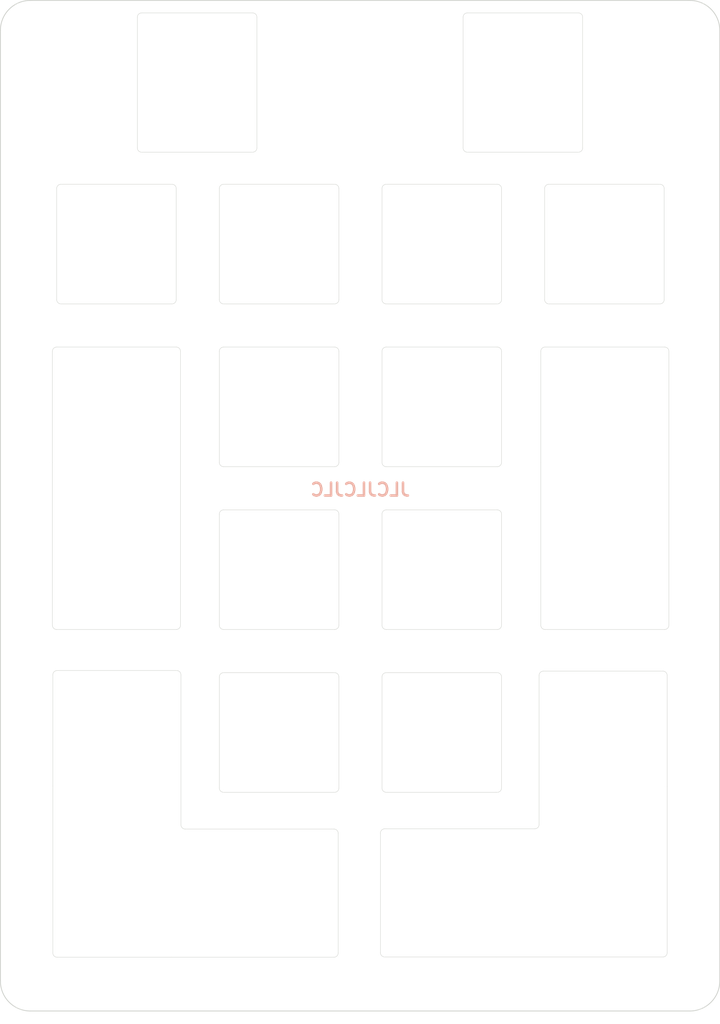
<source format=kicad_pcb>
(kicad_pcb (version 20171130) (host pcbnew 5.1.6-c6e7f7d~86~ubuntu20.04.1)

  (general
    (thickness 1.6)
    (drawings 151)
    (tracks 0)
    (zones 0)
    (modules 4)
    (nets 1)
  )

  (page A4)
  (title_block
    (title Hub20)
    (rev 0.1)
    (company "Josh Johnson")
  )

  (layers
    (0 F.Cu signal)
    (1 In1.Cu signal)
    (2 In2.Cu signal)
    (31 B.Cu signal)
    (32 B.Adhes user)
    (33 F.Adhes user)
    (34 B.Paste user)
    (35 F.Paste user)
    (36 B.SilkS user)
    (37 F.SilkS user)
    (38 B.Mask user)
    (39 F.Mask user)
    (40 Dwgs.User user)
    (41 Cmts.User user)
    (42 Eco1.User user)
    (43 Eco2.User user)
    (44 Edge.Cuts user)
    (45 Margin user)
    (46 B.CrtYd user)
    (47 F.CrtYd user)
    (48 B.Fab user)
    (49 F.Fab user)
  )

  (setup
    (last_trace_width 0.25)
    (user_trace_width 0.2)
    (user_trace_width 0.25)
    (user_trace_width 0.3)
    (user_trace_width 0.4)
    (user_trace_width 0.25)
    (user_trace_width 0.3)
    (user_trace_width 0.4)
    (user_trace_width 0.5)
    (user_trace_width 0.2)
    (user_trace_width 0.25)
    (user_trace_width 0.3)
    (user_trace_width 0.4)
    (user_trace_width 0.2)
    (user_trace_width 0.25)
    (user_trace_width 0.3)
    (user_trace_width 0.4)
    (trace_clearance 0.2)
    (zone_clearance 0.254)
    (zone_45_only no)
    (trace_min 0.15)
    (via_size 0.5)
    (via_drill 0.25)
    (via_min_size 0.5)
    (via_min_drill 0.25)
    (user_via 0.6 0.3)
    (user_via 0.8 0.4)
    (user_via 0.8 0.4)
    (user_via 0.6 0.3)
    (user_via 0.8 0.4)
    (user_via 0.6 0.3)
    (user_via 0.8 0.4)
    (uvia_size 0.3)
    (uvia_drill 0.1)
    (uvias_allowed no)
    (uvia_min_size 0.2)
    (uvia_min_drill 0.1)
    (edge_width 0.1)
    (segment_width 0.2)
    (pcb_text_width 0.3)
    (pcb_text_size 1.5 1.5)
    (mod_edge_width 0.15)
    (mod_text_size 1 1)
    (mod_text_width 0.15)
    (pad_size 1.524 1.524)
    (pad_drill 0.762)
    (pad_to_mask_clearance 0)
    (aux_axis_origin 0 0)
    (visible_elements 7FFFFFFF)
    (pcbplotparams
      (layerselection 0x010fc_ffffffff)
      (usegerberextensions false)
      (usegerberattributes false)
      (usegerberadvancedattributes false)
      (creategerberjobfile false)
      (excludeedgelayer true)
      (linewidth 0.100000)
      (plotframeref false)
      (viasonmask false)
      (mode 1)
      (useauxorigin false)
      (hpglpennumber 1)
      (hpglpenspeed 20)
      (hpglpendiameter 15.000000)
      (psnegative false)
      (psa4output false)
      (plotreference true)
      (plotvalue true)
      (plotinvisibletext false)
      (padsonsilk false)
      (subtractmaskfromsilk false)
      (outputformat 1)
      (mirror false)
      (drillshape 1)
      (scaleselection 1)
      (outputdirectory ""))
  )

  (net 0 "")

  (net_class Default "This is the default net class."
    (clearance 0.2)
    (trace_width 0.25)
    (via_dia 0.5)
    (via_drill 0.25)
    (uvia_dia 0.3)
    (uvia_drill 0.1)
    (diff_pair_width 0.25)
    (diff_pair_gap 0.2)
  )

  (net_class Power ""
    (clearance 0.2)
    (trace_width 0.3)
    (via_dia 0.6)
    (via_drill 0.3)
    (uvia_dia 0.3)
    (uvia_drill 0.1)
    (diff_pair_width 0.25)
    (diff_pair_gap 0.2)
  )

  (module MountingHole:MountingHole_3.2mm_M3 (layer F.Cu) (tedit 56D1B4CB) (tstamp 5F0077E7)
    (at 102.5 150.5875)
    (descr "Mounting Hole 3.2mm, no annular, M3")
    (tags "mounting hole 3.2mm no annular m3")
    (path /5EF4F9B8)
    (attr virtual)
    (fp_text reference H4 (at 0 -4.2) (layer F.SilkS) hide
      (effects (font (size 1 1) (thickness 0.15)))
    )
    (fp_text value M3 (at 0 4.2) (layer F.Fab)
      (effects (font (size 1 1) (thickness 0.15)))
    )
    (fp_circle (center 0 0) (end 3.2 0) (layer Cmts.User) (width 0.15))
    (fp_circle (center 0 0) (end 3.45 0) (layer F.CrtYd) (width 0.05))
    (fp_text user %R (at 0.3 0) (layer F.Fab) hide
      (effects (font (size 1 1) (thickness 0.15)))
    )
    (pad 1 np_thru_hole circle (at 0 0) (size 3.2 3.2) (drill 3.2) (layers *.Cu *.Mask))
  )

  (module MountingHole:MountingHole_3.2mm_M3 (layer F.Cu) (tedit 56D1B4CB) (tstamp 5F00FFEF)
    (at 179.71 150.5675)
    (descr "Mounting Hole 3.2mm, no annular, M3")
    (tags "mounting hole 3.2mm no annular m3")
    (path /5EF4D892)
    (attr virtual)
    (fp_text reference H3 (at 0 -4.2) (layer F.SilkS) hide
      (effects (font (size 1 1) (thickness 0.15)))
    )
    (fp_text value M3 (at 0 4.2) (layer F.Fab)
      (effects (font (size 1 1) (thickness 0.15)))
    )
    (fp_circle (center 0 0) (end 3.2 0) (layer Cmts.User) (width 0.15))
    (fp_circle (center 0 0) (end 3.45 0) (layer F.CrtYd) (width 0.05))
    (fp_text user %R (at 0.3 0) (layer F.Fab) hide
      (effects (font (size 1 1) (thickness 0.15)))
    )
    (pad 1 np_thru_hole circle (at 0 0) (size 3.2 3.2) (drill 3.2) (layers *.Cu *.Mask))
  )

  (module MountingHole:MountingHole_3.2mm_M3 (layer F.Cu) (tedit 56D1B4CB) (tstamp 5F01AC4D)
    (at 102.5 39.3875)
    (descr "Mounting Hole 3.2mm, no annular, M3")
    (tags "mounting hole 3.2mm no annular m3")
    (path /5EF4FEC8)
    (attr virtual)
    (fp_text reference H2 (at 0 -4.2) (layer F.SilkS) hide
      (effects (font (size 1 1) (thickness 0.15)))
    )
    (fp_text value M3 (at 0 4.2) (layer F.Fab)
      (effects (font (size 1 1) (thickness 0.15)))
    )
    (fp_circle (center 0 0) (end 3.2 0) (layer Cmts.User) (width 0.15))
    (fp_circle (center 0 0) (end 3.45 0) (layer F.CrtYd) (width 0.05))
    (fp_text user %R (at 0.3 0) (layer F.Fab) hide
      (effects (font (size 1 1) (thickness 0.15)))
    )
    (pad 1 np_thru_hole circle (at 0 0) (size 3.2 3.2) (drill 3.2) (layers *.Cu *.Mask))
  )

  (module MountingHole:MountingHole_3.2mm_M3 (layer F.Cu) (tedit 56D1B4CB) (tstamp 5F00FDA9)
    (at 179.65 39.3875)
    (descr "Mounting Hole 3.2mm, no annular, M3")
    (tags "mounting hole 3.2mm no annular m3")
    (path /5EF4FC8A)
    (attr virtual)
    (fp_text reference H1 (at 0 -4.2) (layer F.SilkS) hide
      (effects (font (size 1 1) (thickness 0.15)))
    )
    (fp_text value M3 (at 0 4.2) (layer F.Fab)
      (effects (font (size 1 1) (thickness 0.15)))
    )
    (fp_circle (center 0 0) (end 3.2 0) (layer Cmts.User) (width 0.15))
    (fp_circle (center 0 0) (end 3.45 0) (layer F.CrtYd) (width 0.05))
    (fp_text user %R (at 0.3 0) (layer F.Fab) hide
      (effects (font (size 1 1) (thickness 0.15)))
    )
    (pad 1 np_thru_hole circle (at 0 0) (size 3.2 3.2) (drill 3.2) (layers *.Cu *.Mask))
  )

  (gr_text JLCJLCJLC (at 141.1 93.1) (layer B.SilkS)
    (effects (font (size 1.5 1.5) (thickness 0.3)) (justify mirror))
  )
  (gr_arc (start 162.74 108.96) (end 162.24 108.96) (angle -90) (layer Edge.Cuts) (width 0.05) (tstamp 5F016AAB))
  (gr_line (start 120.09 114.76) (end 120.09 132.31) (layer Edge.Cuts) (width 0.05) (tstamp 5F0173AF))
  (gr_arc (start 120.59 132.31) (end 120.09 132.31) (angle -90) (layer Edge.Cuts) (width 0.05) (tstamp 5F017979))
  (gr_line (start 120.59 132.81) (end 138.01 132.81) (layer Edge.Cuts) (width 0.05) (tstamp 5F017950))
  (gr_arc (start 138.01 147.31) (end 138.01 147.81) (angle -90) (layer Edge.Cuts) (width 0.05) (tstamp 5F01794E))
  (gr_line (start 118.96 147.81) (end 138.01 147.81) (layer Edge.Cuts) (width 0.05) (tstamp 5F01794D))
  (gr_arc (start 138.01 133.31) (end 138.51 133.31) (angle -90) (layer Edge.Cuts) (width 0.05) (tstamp 5F01794A))
  (gr_line (start 138.51 147.31) (end 138.51 133.31) (layer Edge.Cuts) (width 0.05) (tstamp 5F017949))
  (gr_line (start 105.59 147.81) (end 118.96 147.81) (layer Edge.Cuts) (width 0.05) (tstamp 5F017948))
  (gr_line (start 105.59 114.26) (end 119.59 114.26) (layer Edge.Cuts) (width 0.05) (tstamp 5F0173BA))
  (gr_arc (start 105.59 114.76) (end 105.59 114.26) (angle -90) (layer Edge.Cuts) (width 0.05) (tstamp 5F0173B7))
  (gr_arc (start 119.59 114.76) (end 120.09 114.76) (angle -90) (layer Edge.Cuts) (width 0.05) (tstamp 5F0173B5))
  (gr_arc (start 105.59 147.31) (end 105.09 147.31) (angle -90) (layer Edge.Cuts) (width 0.05) (tstamp 5F0173B2))
  (gr_line (start 105.09 127.76) (end 105.09 147.31) (layer Edge.Cuts) (width 0.05) (tstamp 5F0173B1))
  (gr_line (start 105.09 114.76) (end 105.09 127.76) (layer Edge.Cuts) (width 0.05) (tstamp 5F0173AC))
  (gr_line (start 105.04 89.91) (end 105.04 108.96) (layer Edge.Cuts) (width 0.05) (tstamp 5F017397))
  (gr_line (start 105.54 76.41) (end 119.54 76.41) (layer Edge.Cuts) (width 0.05) (tstamp 5F017395))
  (gr_arc (start 105.54 108.96) (end 105.04 108.96) (angle -90) (layer Edge.Cuts) (width 0.05) (tstamp 5F017394))
  (gr_arc (start 105.54 76.91) (end 105.54 76.41) (angle -90) (layer Edge.Cuts) (width 0.05) (tstamp 5F017392))
  (gr_arc (start 119.54 76.91) (end 120.04 76.91) (angle -90) (layer Edge.Cuts) (width 0.05) (tstamp 5F017391))
  (gr_line (start 120.04 76.91) (end 120.04 108.96) (layer Edge.Cuts) (width 0.05) (tstamp 5F01738F))
  (gr_line (start 105.54 109.46) (end 119.54 109.46) (layer Edge.Cuts) (width 0.05) (tstamp 5F01738E))
  (gr_arc (start 119.54 108.96) (end 119.54 109.46) (angle -90) (layer Edge.Cuts) (width 0.05) (tstamp 5F01738D))
  (gr_line (start 105.04 76.91) (end 105.04 89.91) (layer Edge.Cuts) (width 0.05) (tstamp 5F01738C))
  (gr_line (start 162.74 76.41) (end 176.74 76.41) (layer Edge.Cuts) (width 0.05) (tstamp 5F017304))
  (gr_arc (start 161.54 132.28) (end 161.54 132.78) (angle -90) (layer Edge.Cuts) (width 0.05) (tstamp 5F0172EB))
  (gr_line (start 156.96 147.78) (end 176.54 147.78) (layer Edge.Cuts) (width 0.05) (tstamp 5F016BE7))
  (gr_arc (start 176.54 147.28) (end 176.54 147.78) (angle -90) (layer Edge.Cuts) (width 0.05) (tstamp 5F016BDE))
  (gr_line (start 143.96 147.78) (end 156.96 147.78) (layer Edge.Cuts) (width 0.05) (tstamp 5F016BF3))
  (gr_line (start 162.24 89.91) (end 162.24 108.96) (layer Edge.Cuts) (width 0.05) (tstamp 5F016A72))
  (gr_arc (start 143.96 147.28) (end 143.46 147.28) (angle -90) (layer Edge.Cuts) (width 0.05) (tstamp 5F0172D0))
  (gr_line (start 143.46 147.28) (end 143.46 133.28) (layer Edge.Cuts) (width 0.05) (tstamp 5F0172C4))
  (gr_line (start 143.96 132.78) (end 161.54 132.78) (layer Edge.Cuts) (width 0.05) (tstamp 5F0172C7))
  (gr_arc (start 143.96 133.28) (end 143.96 132.78) (angle -90) (layer Edge.Cuts) (width 0.05) (tstamp 5F0172CD))
  (gr_line (start 162.54 114.33) (end 176.54 114.33) (layer Edge.Cuts) (width 0.05) (tstamp 5F016A2A))
  (gr_arc (start 162.54 114.83) (end 162.54 114.33) (angle -90) (layer Edge.Cuts) (width 0.05) (tstamp 5F016B11))
  (gr_line (start 162.04 114.83) (end 162.04 132.28) (layer Edge.Cuts) (width 0.05) (tstamp 5F016B0E))
  (gr_line (start 105.54 57.86) (end 105.54 70.86) (layer Edge.Cuts) (width 0.05) (tstamp 5F016A27))
  (gr_arc (start 157.14 57.86) (end 157.64 57.86) (angle -90) (layer Edge.Cuts) (width 0.05) (tstamp 5F016AF6))
  (gr_line (start 125.09 71.36) (end 138.09 71.36) (layer Edge.Cuts) (width 0.05) (tstamp 5F016AC3))
  (gr_arc (start 138.09 108.96) (end 138.09 109.46) (angle -90) (layer Edge.Cuts) (width 0.05) (tstamp 5F016A0C))
  (gr_arc (start 125.09 108.96) (end 124.59 108.96) (angle -90) (layer Edge.Cuts) (width 0.05) (tstamp 5F016A4E))
  (gr_arc (start 138.09 95.96) (end 138.59 95.96) (angle -90) (layer Edge.Cuts) (width 0.05) (tstamp 5F016A4B))
  (gr_arc (start 125.09 95.96) (end 125.09 95.46) (angle -90) (layer Edge.Cuts) (width 0.05) (tstamp 5F016A93))
  (gr_line (start 138.59 95.96) (end 138.59 108.96) (layer Edge.Cuts) (width 0.05) (tstamp 5F016B8C))
  (gr_line (start 124.59 95.96) (end 124.59 108.96) (layer Edge.Cuts) (width 0.05) (tstamp 5F016BA4))
  (gr_arc (start 176.54 114.83) (end 177.04 114.83) (angle -90) (layer Edge.Cuts) (width 0.05) (tstamp 5F016ABD))
  (gr_line (start 167.14 37.81) (end 167.14 53.109999) (layer Edge.Cuts) (width 0.05) (tstamp 5EE5BEDE))
  (gr_line (start 153.64 37.31) (end 166.64 37.31) (layer Edge.Cuts) (width 0.05) (tstamp 5EE614DC))
  (gr_arc (start 163.19 57.86) (end 163.19 57.36) (angle -90) (layer Edge.Cuts) (width 0.05) (tstamp 5F016A57))
  (gr_arc (start 144.14 70.86) (end 143.64 70.86) (angle -90) (layer Edge.Cuts) (width 0.05) (tstamp 5F016AAE))
  (gr_line (start 125.09 90.41) (end 138.09 90.41) (layer Edge.Cuts) (width 0.05) (tstamp 5F016B14))
  (gr_line (start 125.09 76.41) (end 138.09 76.41) (layer Edge.Cuts) (width 0.05) (tstamp 5F016B86))
  (gr_line (start 143.64 95.96) (end 143.64 108.96) (layer Edge.Cuts) (width 0.05) (tstamp 5F016A6F))
  (gr_line (start 144.14 109.46) (end 157.14 109.46) (layer Edge.Cuts) (width 0.05) (tstamp 5F016A36))
  (gr_line (start 144.14 95.46) (end 157.14 95.46) (layer Edge.Cuts) (width 0.05) (tstamp 5F016B89))
  (gr_line (start 143.64 57.86) (end 143.64 70.86) (layer Edge.Cuts) (width 0.05) (tstamp 5F016A54))
  (gr_arc (start 128.49 37.81) (end 128.99 37.81) (angle -90) (layer Edge.Cuts) (width 0.05) (tstamp 5EE614F1))
  (gr_arc (start 153.64 53.109999) (end 153.14 53.109999) (angle -90) (layer Edge.Cuts) (width 0.05) (tstamp 5EE61565))
  (gr_arc (start 138.09 57.86) (end 138.59 57.86) (angle -90) (layer Edge.Cuts) (width 0.05) (tstamp 5F016B92))
  (gr_arc (start 119.04 70.86) (end 119.04 71.36) (angle -90) (layer Edge.Cuts) (width 0.05) (tstamp 5F016A33))
  (gr_arc (start 119.04 57.86) (end 119.54 57.86) (angle -90) (layer Edge.Cuts) (width 0.05) (tstamp 5F016A5D))
  (gr_line (start 157.64 57.86) (end 157.64 70.86) (layer Edge.Cuts) (width 0.05) (tstamp 5F016ACF))
  (gr_arc (start 157.14 108.96) (end 157.14 109.46) (angle -90) (layer Edge.Cuts) (width 0.05) (tstamp 5F016B20))
  (gr_arc (start 144.14 108.96) (end 143.64 108.96) (angle -90) (layer Edge.Cuts) (width 0.05) (tstamp 5F016B1D))
  (gr_arc (start 115.49 37.81) (end 115.49 37.31) (angle -90) (layer Edge.Cuts) (width 0.05) (tstamp 5EE614F4))
  (gr_line (start 177.24 76.91) (end 177.24 108.96) (layer Edge.Cuts) (width 0.05) (tstamp 5F016B9E))
  (gr_line (start 162.74 109.46) (end 176.74 109.46) (layer Edge.Cuts) (width 0.05) (tstamp 5F016B9B))
  (gr_line (start 144.14 90.41) (end 157.14 90.41) (layer Edge.Cuts) (width 0.05) (tstamp 5F016B08))
  (gr_line (start 144.14 76.41) (end 157.14 76.41) (layer Edge.Cuts) (width 0.05) (tstamp 5F016AC9))
  (gr_arc (start 125.09 70.86) (end 124.59 70.86) (angle -90) (layer Edge.Cuts) (width 0.05) (tstamp 5F016A1E))
  (gr_line (start 163.19 71.36) (end 176.19 71.36) (layer Edge.Cuts) (width 0.05) (tstamp 5F016BA7))
  (gr_arc (start 138.09 128.01) (end 138.09 128.51) (angle -90) (layer Edge.Cuts) (width 0.05) (tstamp 5F016ACC))
  (gr_arc (start 125.09 128.01) (end 124.59 128.01) (angle -90) (layer Edge.Cuts) (width 0.05) (tstamp 5F016A8A))
  (gr_arc (start 138.09 115.01) (end 138.59 115.01) (angle -90) (layer Edge.Cuts) (width 0.05) (tstamp 5F016A87))
  (gr_arc (start 125.09 115.01) (end 125.09 114.51) (angle -90) (layer Edge.Cuts) (width 0.05) (tstamp 5F016ABA))
  (gr_arc (start 166.64 53.109999) (end 166.64 53.609999) (angle -90) (layer Edge.Cuts) (width 0.05) (tstamp 5EE6156E))
  (gr_line (start 138.59 76.91) (end 138.59 89.91) (layer Edge.Cuts) (width 0.05) (tstamp 5F016AFC))
  (gr_line (start 124.59 76.91) (end 124.59 89.91) (layer Edge.Cuts) (width 0.05) (tstamp 5F016AF9))
  (gr_arc (start 176.74 76.91) (end 177.24 76.91) (angle -90) (layer Edge.Cuts) (width 0.05) (tstamp 5F016AF3))
  (gr_arc (start 162.74 76.91) (end 162.74 76.41) (angle -90) (layer Edge.Cuts) (width 0.05) (tstamp 5F016AF0))
  (gr_arc (start 138.09 76.91) (end 138.59 76.91) (angle -90) (layer Edge.Cuts) (width 0.05) (tstamp 5F016B83))
  (gr_arc (start 125.09 76.91) (end 125.09 76.41) (angle -90) (layer Edge.Cuts) (width 0.05) (tstamp 5F016B80))
  (gr_arc (start 125.09 57.86) (end 125.09 57.36) (angle -90) (layer Edge.Cuts) (width 0.05) (tstamp 5F016B17))
  (gr_arc (start 166.64 37.81) (end 167.14 37.81) (angle -90) (layer Edge.Cuts) (width 0.05) (tstamp 5EE614E8))
  (gr_line (start 157.64 115.01) (end 157.64 128.01) (layer Edge.Cuts) (width 0.05) (tstamp 5F016A7B))
  (gr_line (start 143.64 115.01) (end 143.64 128.01) (layer Edge.Cuts) (width 0.05) (tstamp 5F016A78))
  (gr_line (start 144.14 128.51) (end 157.14 128.51) (layer Edge.Cuts) (width 0.05) (tstamp 5F016A48))
  (gr_line (start 144.14 114.51) (end 157.14 114.51) (layer Edge.Cuts) (width 0.05) (tstamp 5F016A45))
  (gr_line (start 177.04 114.83) (end 177.04 127.83) (layer Edge.Cuts) (width 0.05) (tstamp 5F016B8F))
  (gr_arc (start 144.14 57.86) (end 144.14 57.36) (angle -90) (layer Edge.Cuts) (width 0.05) (tstamp 5F016B1A))
  (gr_line (start 128.99 37.81) (end 128.99 53.109999) (layer Edge.Cuts) (width 0.05) (tstamp 5EE5C385))
  (gr_line (start 106.04 71.36) (end 119.04 71.36) (layer Edge.Cuts) (width 0.05) (tstamp 5F016B7D))
  (gr_arc (start 138.09 70.86) (end 138.09 71.36) (angle -90) (layer Edge.Cuts) (width 0.05) (tstamp 5F016B7A))
  (gr_arc (start 157.14 128.01) (end 157.14 128.51) (angle -90) (layer Edge.Cuts) (width 0.05) (tstamp 5F016ADB))
  (gr_arc (start 144.14 128.01) (end 143.64 128.01) (angle -90) (layer Edge.Cuts) (width 0.05) (tstamp 5F016B44))
  (gr_arc (start 157.14 115.01) (end 157.64 115.01) (angle -90) (layer Edge.Cuts) (width 0.05) (tstamp 5F016B41))
  (gr_arc (start 144.14 115.01) (end 144.14 114.51) (angle -90) (layer Edge.Cuts) (width 0.05) (tstamp 5F016B3E))
  (gr_line (start 144.14 71.36) (end 157.14 71.36) (layer Edge.Cuts) (width 0.05) (tstamp 5F016A81))
  (gr_line (start 144.14 57.36) (end 157.14 57.36) (layer Edge.Cuts) (width 0.05) (tstamp 5F016A7E))
  (gr_arc (start 153.64 37.81) (end 153.64 37.31) (angle -90) (layer Edge.Cuts) (width 0.05) (tstamp 5EE614FA))
  (gr_arc (start 157.14 95.96) (end 157.64 95.96) (angle -90) (layer Edge.Cuts) (width 0.05) (tstamp 5F016B3B))
  (gr_arc (start 144.14 95.96) (end 144.14 95.46) (angle -90) (layer Edge.Cuts) (width 0.05) (tstamp 5F016B38))
  (gr_line (start 157.64 95.96) (end 157.64 108.96) (layer Edge.Cuts) (width 0.05) (tstamp 5F016B35))
  (gr_line (start 119.54 57.86) (end 119.54 70.86) (layer Edge.Cuts) (width 0.05) (tstamp 5F016B02))
  (gr_line (start 162.24 76.91) (end 162.24 89.91) (layer Edge.Cuts) (width 0.05) (tstamp 5F016A12))
  (gr_arc (start 128.49 53.109999) (end 128.49 53.609999) (angle -90) (layer Edge.Cuts) (width 0.05) (tstamp 5EE61553))
  (gr_arc (start 115.49 53.109999) (end 114.99 53.109999) (angle -90) (layer Edge.Cuts) (width 0.05) (tstamp 5EE61559))
  (gr_line (start 114.99 37.81) (end 114.99 53.109999) (layer Edge.Cuts) (width 0.05) (tstamp 5EE5C4AB))
  (gr_line (start 115.49 53.609999) (end 128.49 53.609999) (layer Edge.Cuts) (width 0.05) (tstamp 5EE6155C))
  (gr_line (start 125.09 109.46) (end 138.09 109.46) (layer Edge.Cuts) (width 0.05) (tstamp 5F016AB7))
  (gr_line (start 125.09 95.46) (end 138.09 95.46) (layer Edge.Cuts) (width 0.05) (tstamp 5F016AB4))
  (gr_arc (start 176.74 108.96) (end 176.74 109.46) (angle -90) (layer Edge.Cuts) (width 0.05) (tstamp 5F016AB1))
  (gr_arc (start 106.04 70.86) (end 105.54 70.86) (angle -90) (layer Edge.Cuts) (width 0.05) (tstamp 5F016B4D))
  (gr_line (start 153.14 37.81) (end 153.14 53.109999) (layer Edge.Cuts) (width 0.05) (tstamp 5EE5C4FC))
  (gr_line (start 124.59 57.86) (end 124.59 70.86) (layer Edge.Cuts) (width 0.05) (tstamp 5F016AD5))
  (gr_line (start 153.64 53.609999) (end 166.64 53.609999) (layer Edge.Cuts) (width 0.05) (tstamp 5EE6154D))
  (gr_arc (start 157.14 76.91) (end 157.64 76.91) (angle -90) (layer Edge.Cuts) (width 0.05) (tstamp 5F016AE7))
  (gr_arc (start 144.14 76.91) (end 144.14 76.41) (angle -90) (layer Edge.Cuts) (width 0.05) (tstamp 5F016A63))
  (gr_arc (start 106.04 57.86) (end 106.04 57.36) (angle -90) (layer Edge.Cuts) (width 0.05) (tstamp 5F016B6B))
  (gr_arc (start 138.09 89.91) (end 138.09 90.41) (angle -90) (layer Edge.Cuts) (width 0.05) (tstamp 5F016AA8))
  (gr_arc (start 125.09 89.91) (end 124.59 89.91) (angle -90) (layer Edge.Cuts) (width 0.05) (tstamp 5F016AA5))
  (gr_arc (start 176.19 70.86) (end 176.19 71.36) (angle -90) (layer Edge.Cuts) (width 0.05) (tstamp 5F016A60))
  (gr_arc (start 157.14 89.91) (end 157.14 90.41) (angle -90) (layer Edge.Cuts) (width 0.05) (tstamp 5F016AD2))
  (gr_arc (start 144.14 89.91) (end 143.64 89.91) (angle -90) (layer Edge.Cuts) (width 0.05) (tstamp 5F016AE4))
  (gr_line (start 176.69 57.86) (end 176.69 70.86) (layer Edge.Cuts) (width 0.05) (tstamp 5F016A39))
  (gr_arc (start 176.19 57.86) (end 176.69 57.86) (angle -90) (layer Edge.Cuts) (width 0.05) (tstamp 5F016AA2))
  (gr_line (start 138.59 57.86) (end 138.59 70.86) (layer Edge.Cuts) (width 0.05) (tstamp 5F016B77))
  (gr_line (start 115.49 37.31) (end 128.49 37.31) (layer Edge.Cuts) (width 0.05) (tstamp 5EE614D9))
  (gr_line (start 177.04 127.83) (end 177.04 147.28) (layer Edge.Cuts) (width 0.05) (tstamp 5F016B6E))
  (gr_arc (start 163.19 70.86) (end 162.69 70.86) (angle -90) (layer Edge.Cuts) (width 0.05) (tstamp 5F016B95))
  (gr_line (start 106.04 57.36) (end 119.04 57.36) (layer Edge.Cuts) (width 0.05) (tstamp 5F016B4A))
  (gr_line (start 163.19 57.36) (end 176.19 57.36) (layer Edge.Cuts) (width 0.05) (tstamp 5F016AD8))
  (gr_line (start 125.09 57.36) (end 138.09 57.36) (layer Edge.Cuts) (width 0.05) (tstamp 5F016B47))
  (gr_line (start 157.64 76.91) (end 157.64 89.91) (layer Edge.Cuts) (width 0.05) (tstamp 5F016B5C))
  (gr_line (start 143.64 76.91) (end 143.64 89.91) (layer Edge.Cuts) (width 0.05) (tstamp 5F016B59))
  (gr_line (start 162.69 57.86) (end 162.69 70.86) (layer Edge.Cuts) (width 0.05) (tstamp 5F016A9C))
  (gr_line (start 138.59 115.01) (end 138.59 128.01) (layer Edge.Cuts) (width 0.05) (tstamp 5F016A99))
  (gr_line (start 124.59 115.01) (end 124.59 128.01) (layer Edge.Cuts) (width 0.05) (tstamp 5F016A96))
  (gr_line (start 125.09 128.51) (end 138.09 128.51) (layer Edge.Cuts) (width 0.05) (tstamp 5F016B65))
  (gr_line (start 125.09 114.51) (end 138.09 114.51) (layer Edge.Cuts) (width 0.05) (tstamp 5F016B62))
  (gr_arc (start 157.14 70.86) (end 157.14 71.36) (angle -90) (layer Edge.Cuts) (width 0.05) (tstamp 5F016B5F))
  (gr_line (start 102.45 35.85) (end 179.7 35.85) (layer Edge.Cuts) (width 0.1) (tstamp 5F010018))
  (gr_line (start 102.45 154.1) (end 179.7 154.1) (layer Edge.Cuts) (width 0.1) (tstamp 5F010017))
  (gr_arc (start 102.45 39.35) (end 102.45 35.85) (angle -90) (layer Edge.Cuts) (width 0.1) (tstamp 5F01000D))
  (gr_arc (start 102.45 150.6) (end 98.95 150.6) (angle -90) (layer Edge.Cuts) (width 0.1) (tstamp 5F01000C))
  (gr_line (start 98.95 150.6) (end 98.95 39.35) (layer Edge.Cuts) (width 0.1) (tstamp 5F01000B))
  (gr_line (start 183.2 39.35) (end 183.2 150.6) (layer Edge.Cuts) (width 0.1) (tstamp 5F010004))
  (gr_arc (start 179.7 39.35) (end 183.2 39.35) (angle -90) (layer Edge.Cuts) (width 0.1) (tstamp 5F00FFFD))
  (gr_arc (start 179.7 150.6) (end 179.7 154.1) (angle -90) (layer Edge.Cuts) (width 0.1))

)

</source>
